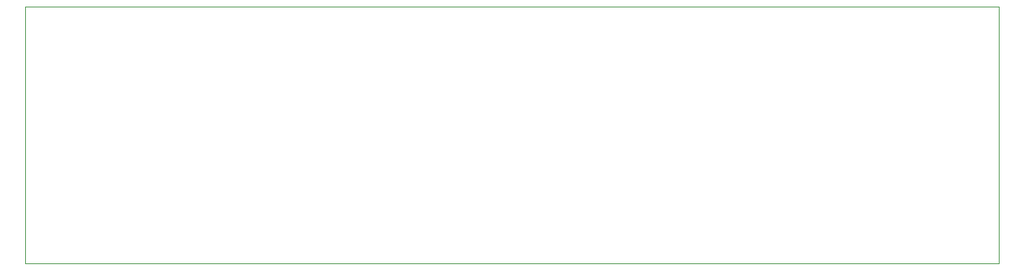
<source format=gbr>
%TF.GenerationSoftware,KiCad,Pcbnew,8.0.5*%
%TF.CreationDate,2025-01-25T11:58:12-08:00*%
%TF.ProjectId,sub,7375622e-6b69-4636-9164-5f7063625858,3.1*%
%TF.SameCoordinates,Original*%
%TF.FileFunction,Profile,NP*%
%FSLAX46Y46*%
G04 Gerber Fmt 4.6, Leading zero omitted, Abs format (unit mm)*
G04 Created by KiCad (PCBNEW 8.0.5) date 2025-01-25 11:58:12*
%MOMM*%
%LPD*%
G01*
G04 APERTURE LIST*
%TA.AperFunction,Profile*%
%ADD10C,0.100000*%
%TD*%
G04 APERTURE END LIST*
D10*
X40000000Y-120000000D02*
X151400000Y-120000000D01*
X151400000Y-149450000D01*
X40000000Y-149450000D01*
X40000000Y-120000000D01*
M02*

</source>
